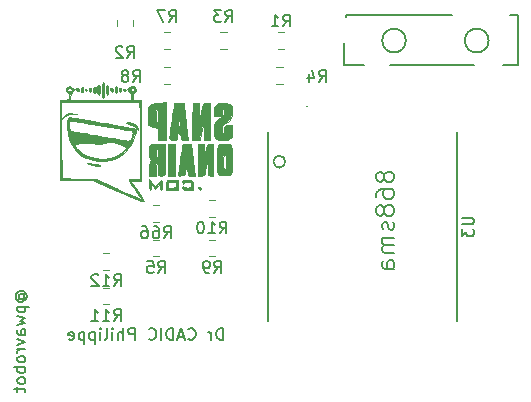
<source format=gbr>
G04 #@! TF.GenerationSoftware,KiCad,Pcbnew,(5.1.5)-3*
G04 #@! TF.CreationDate,2020-02-26T18:40:07+01:00*
G04 #@! TF.ProjectId,minirpi2,6d696e69-7270-4693-922e-6b696361645f,rev?*
G04 #@! TF.SameCoordinates,Original*
G04 #@! TF.FileFunction,Legend,Bot*
G04 #@! TF.FilePolarity,Positive*
%FSLAX46Y46*%
G04 Gerber Fmt 4.6, Leading zero omitted, Abs format (unit mm)*
G04 Created by KiCad (PCBNEW (5.1.5)-3) date 2020-02-26 18:40:07*
%MOMM*%
%LPD*%
G04 APERTURE LIST*
%ADD10C,0.150000*%
%ADD11C,0.010000*%
%ADD12C,0.120000*%
G04 APERTURE END LIST*
D10*
X180316190Y-71636380D02*
X180268571Y-71588761D01*
X180220952Y-71493523D01*
X180220952Y-71398285D01*
X180268571Y-71303047D01*
X180316190Y-71255428D01*
X180411428Y-71207809D01*
X180506666Y-71207809D01*
X180601904Y-71255428D01*
X180649523Y-71303047D01*
X180697142Y-71398285D01*
X180697142Y-71493523D01*
X180649523Y-71588761D01*
X180601904Y-71636380D01*
X180220952Y-71636380D02*
X180601904Y-71636380D01*
X180649523Y-71684000D01*
X180649523Y-71731619D01*
X180601904Y-71826857D01*
X180506666Y-71874476D01*
X180268571Y-71874476D01*
X180125714Y-71779238D01*
X180030476Y-71636380D01*
X179982857Y-71445904D01*
X180030476Y-71255428D01*
X180125714Y-71112571D01*
X180268571Y-71017333D01*
X180459047Y-70969714D01*
X180649523Y-71017333D01*
X180792380Y-71112571D01*
X180887619Y-71255428D01*
X180935238Y-71445904D01*
X180887619Y-71636380D01*
X180792380Y-71779238D01*
X180125714Y-72303047D02*
X181125714Y-72303047D01*
X180173333Y-72303047D02*
X180125714Y-72398285D01*
X180125714Y-72588761D01*
X180173333Y-72684000D01*
X180220952Y-72731619D01*
X180316190Y-72779238D01*
X180601904Y-72779238D01*
X180697142Y-72731619D01*
X180744761Y-72684000D01*
X180792380Y-72588761D01*
X180792380Y-72398285D01*
X180744761Y-72303047D01*
X180125714Y-73112571D02*
X180792380Y-73303047D01*
X180316190Y-73493523D01*
X180792380Y-73684000D01*
X180125714Y-73874476D01*
X180792380Y-74684000D02*
X180268571Y-74684000D01*
X180173333Y-74636380D01*
X180125714Y-74541142D01*
X180125714Y-74350666D01*
X180173333Y-74255428D01*
X180744761Y-74684000D02*
X180792380Y-74588761D01*
X180792380Y-74350666D01*
X180744761Y-74255428D01*
X180649523Y-74207809D01*
X180554285Y-74207809D01*
X180459047Y-74255428D01*
X180411428Y-74350666D01*
X180411428Y-74588761D01*
X180363809Y-74684000D01*
X180125714Y-75064952D02*
X180792380Y-75303047D01*
X180125714Y-75541142D01*
X180792380Y-75922095D02*
X180125714Y-75922095D01*
X180316190Y-75922095D02*
X180220952Y-75969714D01*
X180173333Y-76017333D01*
X180125714Y-76112571D01*
X180125714Y-76207809D01*
X180792380Y-76684000D02*
X180744761Y-76588761D01*
X180697142Y-76541142D01*
X180601904Y-76493523D01*
X180316190Y-76493523D01*
X180220952Y-76541142D01*
X180173333Y-76588761D01*
X180125714Y-76684000D01*
X180125714Y-76826857D01*
X180173333Y-76922095D01*
X180220952Y-76969714D01*
X180316190Y-77017333D01*
X180601904Y-77017333D01*
X180697142Y-76969714D01*
X180744761Y-76922095D01*
X180792380Y-76826857D01*
X180792380Y-76684000D01*
X180792380Y-77445904D02*
X179792380Y-77445904D01*
X180173333Y-77445904D02*
X180125714Y-77541142D01*
X180125714Y-77731619D01*
X180173333Y-77826857D01*
X180220952Y-77874476D01*
X180316190Y-77922095D01*
X180601904Y-77922095D01*
X180697142Y-77874476D01*
X180744761Y-77826857D01*
X180792380Y-77731619D01*
X180792380Y-77541142D01*
X180744761Y-77445904D01*
X180792380Y-78493523D02*
X180744761Y-78398285D01*
X180697142Y-78350666D01*
X180601904Y-78303047D01*
X180316190Y-78303047D01*
X180220952Y-78350666D01*
X180173333Y-78398285D01*
X180125714Y-78493523D01*
X180125714Y-78636380D01*
X180173333Y-78731619D01*
X180220952Y-78779238D01*
X180316190Y-78826857D01*
X180601904Y-78826857D01*
X180697142Y-78779238D01*
X180744761Y-78731619D01*
X180792380Y-78636380D01*
X180792380Y-78493523D01*
X180125714Y-79112571D02*
X180125714Y-79493523D01*
X179792380Y-79255428D02*
X180649523Y-79255428D01*
X180744761Y-79303047D01*
X180792380Y-79398285D01*
X180792380Y-79493523D01*
X197531809Y-75128380D02*
X197531809Y-74128380D01*
X197293714Y-74128380D01*
X197150857Y-74176000D01*
X197055619Y-74271238D01*
X197008000Y-74366476D01*
X196960380Y-74556952D01*
X196960380Y-74699809D01*
X197008000Y-74890285D01*
X197055619Y-74985523D01*
X197150857Y-75080761D01*
X197293714Y-75128380D01*
X197531809Y-75128380D01*
X196531809Y-75128380D02*
X196531809Y-74461714D01*
X196531809Y-74652190D02*
X196484190Y-74556952D01*
X196436571Y-74509333D01*
X196341333Y-74461714D01*
X196246095Y-74461714D01*
X194579428Y-75033142D02*
X194627047Y-75080761D01*
X194769904Y-75128380D01*
X194865142Y-75128380D01*
X195008000Y-75080761D01*
X195103238Y-74985523D01*
X195150857Y-74890285D01*
X195198476Y-74699809D01*
X195198476Y-74556952D01*
X195150857Y-74366476D01*
X195103238Y-74271238D01*
X195008000Y-74176000D01*
X194865142Y-74128380D01*
X194769904Y-74128380D01*
X194627047Y-74176000D01*
X194579428Y-74223619D01*
X194198476Y-74842666D02*
X193722285Y-74842666D01*
X194293714Y-75128380D02*
X193960380Y-74128380D01*
X193627047Y-75128380D01*
X193293714Y-75128380D02*
X193293714Y-74128380D01*
X193055619Y-74128380D01*
X192912761Y-74176000D01*
X192817523Y-74271238D01*
X192769904Y-74366476D01*
X192722285Y-74556952D01*
X192722285Y-74699809D01*
X192769904Y-74890285D01*
X192817523Y-74985523D01*
X192912761Y-75080761D01*
X193055619Y-75128380D01*
X193293714Y-75128380D01*
X192293714Y-75128380D02*
X192293714Y-74128380D01*
X191246095Y-75033142D02*
X191293714Y-75080761D01*
X191436571Y-75128380D01*
X191531809Y-75128380D01*
X191674666Y-75080761D01*
X191769904Y-74985523D01*
X191817523Y-74890285D01*
X191865142Y-74699809D01*
X191865142Y-74556952D01*
X191817523Y-74366476D01*
X191769904Y-74271238D01*
X191674666Y-74176000D01*
X191531809Y-74128380D01*
X191436571Y-74128380D01*
X191293714Y-74176000D01*
X191246095Y-74223619D01*
X190055619Y-75128380D02*
X190055619Y-74128380D01*
X189674666Y-74128380D01*
X189579428Y-74176000D01*
X189531809Y-74223619D01*
X189484190Y-74318857D01*
X189484190Y-74461714D01*
X189531809Y-74556952D01*
X189579428Y-74604571D01*
X189674666Y-74652190D01*
X190055619Y-74652190D01*
X189055619Y-75128380D02*
X189055619Y-74128380D01*
X188627047Y-75128380D02*
X188627047Y-74604571D01*
X188674666Y-74509333D01*
X188769904Y-74461714D01*
X188912761Y-74461714D01*
X189008000Y-74509333D01*
X189055619Y-74556952D01*
X188150857Y-75128380D02*
X188150857Y-74461714D01*
X188150857Y-74128380D02*
X188198476Y-74176000D01*
X188150857Y-74223619D01*
X188103238Y-74176000D01*
X188150857Y-74128380D01*
X188150857Y-74223619D01*
X187531809Y-75128380D02*
X187627047Y-75080761D01*
X187674666Y-74985523D01*
X187674666Y-74128380D01*
X187150857Y-75128380D02*
X187150857Y-74461714D01*
X187150857Y-74128380D02*
X187198476Y-74176000D01*
X187150857Y-74223619D01*
X187103238Y-74176000D01*
X187150857Y-74128380D01*
X187150857Y-74223619D01*
X186674666Y-74461714D02*
X186674666Y-75461714D01*
X186674666Y-74509333D02*
X186579428Y-74461714D01*
X186388952Y-74461714D01*
X186293714Y-74509333D01*
X186246095Y-74556952D01*
X186198476Y-74652190D01*
X186198476Y-74937904D01*
X186246095Y-75033142D01*
X186293714Y-75080761D01*
X186388952Y-75128380D01*
X186579428Y-75128380D01*
X186674666Y-75080761D01*
X185769904Y-74461714D02*
X185769904Y-75461714D01*
X185769904Y-74509333D02*
X185674666Y-74461714D01*
X185484190Y-74461714D01*
X185388952Y-74509333D01*
X185341333Y-74556952D01*
X185293714Y-74652190D01*
X185293714Y-74937904D01*
X185341333Y-75033142D01*
X185388952Y-75080761D01*
X185484190Y-75128380D01*
X185674666Y-75128380D01*
X185769904Y-75080761D01*
X184484190Y-75080761D02*
X184579428Y-75128380D01*
X184769904Y-75128380D01*
X184865142Y-75080761D01*
X184912761Y-74985523D01*
X184912761Y-74604571D01*
X184865142Y-74509333D01*
X184769904Y-74461714D01*
X184579428Y-74461714D01*
X184484190Y-74509333D01*
X184436571Y-74604571D01*
X184436571Y-74699809D01*
X184912761Y-74795047D01*
D11*
G36*
X184265157Y-55962410D02*
G01*
X184037041Y-56153781D01*
X183916589Y-56342386D01*
X183910145Y-56414375D01*
X184003745Y-56364018D01*
X184164854Y-56206202D01*
X184312633Y-56061409D01*
X184453462Y-55994802D01*
X184653423Y-55986513D01*
X184842188Y-56002562D01*
X185086591Y-56025004D01*
X185176241Y-56024288D01*
X185124572Y-55996928D01*
X185009012Y-55959276D01*
X184597252Y-55890435D01*
X184265157Y-55962410D01*
G37*
X184265157Y-55962410D02*
X184037041Y-56153781D01*
X183916589Y-56342386D01*
X183910145Y-56414375D01*
X184003745Y-56364018D01*
X184164854Y-56206202D01*
X184312633Y-56061409D01*
X184453462Y-55994802D01*
X184653423Y-55986513D01*
X184842188Y-56002562D01*
X185086591Y-56025004D01*
X185176241Y-56024288D01*
X185124572Y-55996928D01*
X185009012Y-55959276D01*
X184597252Y-55890435D01*
X184265157Y-55962410D01*
G36*
X189322455Y-56732185D02*
G01*
X189314666Y-56745596D01*
X189386577Y-56797419D01*
X189505166Y-56812581D01*
X189825835Y-56885298D01*
X190100283Y-57071420D01*
X190221916Y-57236335D01*
X190298045Y-57376958D01*
X190325349Y-57371054D01*
X190329418Y-57259131D01*
X190252985Y-57025812D01*
X190045371Y-56837933D01*
X189744025Y-56725512D01*
X189646182Y-56711473D01*
X189437453Y-56706330D01*
X189322455Y-56732185D01*
G37*
X189322455Y-56732185D02*
X189314666Y-56745596D01*
X189386577Y-56797419D01*
X189505166Y-56812581D01*
X189825835Y-56885298D01*
X190100283Y-57071420D01*
X190221916Y-57236335D01*
X190298045Y-57376958D01*
X190325349Y-57371054D01*
X190329418Y-57259131D01*
X190252985Y-57025812D01*
X190045371Y-56837933D01*
X189744025Y-56725512D01*
X189646182Y-56711473D01*
X189437453Y-56706330D01*
X189322455Y-56732185D01*
G36*
X184460622Y-56267506D02*
G01*
X184369474Y-56412976D01*
X184308946Y-56662966D01*
X184291442Y-56983778D01*
X184374977Y-57688436D01*
X184583183Y-58344201D01*
X184901939Y-58916101D01*
X185219903Y-59283046D01*
X185670973Y-59603506D01*
X186225278Y-59837056D01*
X186835910Y-59975084D01*
X187455957Y-60008975D01*
X188038511Y-59930116D01*
X188295745Y-59847831D01*
X188771513Y-59581477D01*
X189224066Y-59187245D01*
X189506187Y-58844989D01*
X189314666Y-58844989D01*
X189251386Y-58946146D01*
X189089758Y-59105806D01*
X188872102Y-59288204D01*
X188640740Y-59457573D01*
X188460388Y-59566936D01*
X187932809Y-59751014D01*
X187327252Y-59810506D01*
X186680703Y-59745154D01*
X186105220Y-59583432D01*
X185836062Y-59454317D01*
X185558610Y-59273850D01*
X185303181Y-59069140D01*
X185100090Y-58867296D01*
X184979657Y-58695429D01*
X184972197Y-58580649D01*
X184977293Y-58574840D01*
X185130044Y-58507700D01*
X185401275Y-58461857D01*
X185741160Y-58439972D01*
X186099874Y-58444701D01*
X186427594Y-58478703D01*
X186504738Y-58493341D01*
X186832550Y-58541973D01*
X187134233Y-58525184D01*
X187428186Y-58461067D01*
X187773227Y-58395578D01*
X188089537Y-58376754D01*
X188211736Y-58387673D01*
X188458308Y-58448812D01*
X188738215Y-58543353D01*
X189004816Y-58651958D01*
X189211473Y-58755289D01*
X189311546Y-58834008D01*
X189314666Y-58844989D01*
X189506187Y-58844989D01*
X189620500Y-58706311D01*
X189927911Y-58179853D01*
X190113395Y-57649049D01*
X190125659Y-57584789D01*
X189902328Y-57584789D01*
X189849601Y-57839946D01*
X189805658Y-57969489D01*
X189733107Y-58128031D01*
X189633021Y-58217865D01*
X189469796Y-58246462D01*
X189207826Y-58221294D01*
X188881723Y-58163362D01*
X188557338Y-58104867D01*
X188248174Y-58054837D01*
X188126853Y-58037714D01*
X187866477Y-57997827D01*
X187537758Y-57939158D01*
X187364853Y-57905368D01*
X187040529Y-57844308D01*
X186732281Y-57793876D01*
X186605333Y-57776685D01*
X186333553Y-57735718D01*
X186097333Y-57686114D01*
X185920864Y-57646823D01*
X185838254Y-57638749D01*
X185737599Y-57629765D01*
X185514930Y-57598216D01*
X185215066Y-57550537D01*
X185160921Y-57541506D01*
X184531000Y-57435736D01*
X184505409Y-56996535D01*
X184479817Y-56557333D01*
X184766464Y-56557333D01*
X184977059Y-56572457D01*
X185104307Y-56609270D01*
X185109077Y-56613300D01*
X185227619Y-56660153D01*
X185398355Y-56685552D01*
X185600537Y-56708213D01*
X185902468Y-56751652D01*
X186224333Y-56804037D01*
X186560179Y-56861269D01*
X186861167Y-56911390D01*
X187054214Y-56942308D01*
X187266546Y-56976431D01*
X187569912Y-57027308D01*
X187816214Y-57069647D01*
X188152261Y-57126458D01*
X188468504Y-57177247D01*
X188637333Y-57202521D01*
X188875630Y-57244553D01*
X189052697Y-57290239D01*
X189060666Y-57293193D01*
X189157203Y-57324362D01*
X189285581Y-57347379D01*
X189496796Y-57369639D01*
X189716833Y-57388370D01*
X189859207Y-57441687D01*
X189902328Y-57584789D01*
X190125659Y-57584789D01*
X190132427Y-57549328D01*
X190151771Y-57462568D01*
X190168028Y-57392553D01*
X190165564Y-57334874D01*
X190128748Y-57285122D01*
X190041945Y-57238887D01*
X189889523Y-57191760D01*
X189655848Y-57139333D01*
X189325287Y-57077194D01*
X188882208Y-57000935D01*
X188310976Y-56906148D01*
X187595960Y-56788421D01*
X187206200Y-56723980D01*
X186565923Y-56616970D01*
X185979740Y-56517314D01*
X185468459Y-56428684D01*
X185052889Y-56354751D01*
X184753840Y-56299185D01*
X184592120Y-56265657D01*
X184569960Y-56258915D01*
X184460622Y-56267506D01*
G37*
X184460622Y-56267506D02*
X184369474Y-56412976D01*
X184308946Y-56662966D01*
X184291442Y-56983778D01*
X184374977Y-57688436D01*
X184583183Y-58344201D01*
X184901939Y-58916101D01*
X185219903Y-59283046D01*
X185670973Y-59603506D01*
X186225278Y-59837056D01*
X186835910Y-59975084D01*
X187455957Y-60008975D01*
X188038511Y-59930116D01*
X188295745Y-59847831D01*
X188771513Y-59581477D01*
X189224066Y-59187245D01*
X189506187Y-58844989D01*
X189314666Y-58844989D01*
X189251386Y-58946146D01*
X189089758Y-59105806D01*
X188872102Y-59288204D01*
X188640740Y-59457573D01*
X188460388Y-59566936D01*
X187932809Y-59751014D01*
X187327252Y-59810506D01*
X186680703Y-59745154D01*
X186105220Y-59583432D01*
X185836062Y-59454317D01*
X185558610Y-59273850D01*
X185303181Y-59069140D01*
X185100090Y-58867296D01*
X184979657Y-58695429D01*
X184972197Y-58580649D01*
X184977293Y-58574840D01*
X185130044Y-58507700D01*
X185401275Y-58461857D01*
X185741160Y-58439972D01*
X186099874Y-58444701D01*
X186427594Y-58478703D01*
X186504738Y-58493341D01*
X186832550Y-58541973D01*
X187134233Y-58525184D01*
X187428186Y-58461067D01*
X187773227Y-58395578D01*
X188089537Y-58376754D01*
X188211736Y-58387673D01*
X188458308Y-58448812D01*
X188738215Y-58543353D01*
X189004816Y-58651958D01*
X189211473Y-58755289D01*
X189311546Y-58834008D01*
X189314666Y-58844989D01*
X189506187Y-58844989D01*
X189620500Y-58706311D01*
X189927911Y-58179853D01*
X190113395Y-57649049D01*
X190125659Y-57584789D01*
X189902328Y-57584789D01*
X189849601Y-57839946D01*
X189805658Y-57969489D01*
X189733107Y-58128031D01*
X189633021Y-58217865D01*
X189469796Y-58246462D01*
X189207826Y-58221294D01*
X188881723Y-58163362D01*
X188557338Y-58104867D01*
X188248174Y-58054837D01*
X188126853Y-58037714D01*
X187866477Y-57997827D01*
X187537758Y-57939158D01*
X187364853Y-57905368D01*
X187040529Y-57844308D01*
X186732281Y-57793876D01*
X186605333Y-57776685D01*
X186333553Y-57735718D01*
X186097333Y-57686114D01*
X185920864Y-57646823D01*
X185838254Y-57638749D01*
X185737599Y-57629765D01*
X185514930Y-57598216D01*
X185215066Y-57550537D01*
X185160921Y-57541506D01*
X184531000Y-57435736D01*
X184505409Y-56996535D01*
X184479817Y-56557333D01*
X184766464Y-56557333D01*
X184977059Y-56572457D01*
X185104307Y-56609270D01*
X185109077Y-56613300D01*
X185227619Y-56660153D01*
X185398355Y-56685552D01*
X185600537Y-56708213D01*
X185902468Y-56751652D01*
X186224333Y-56804037D01*
X186560179Y-56861269D01*
X186861167Y-56911390D01*
X187054214Y-56942308D01*
X187266546Y-56976431D01*
X187569912Y-57027308D01*
X187816214Y-57069647D01*
X188152261Y-57126458D01*
X188468504Y-57177247D01*
X188637333Y-57202521D01*
X188875630Y-57244553D01*
X189052697Y-57290239D01*
X189060666Y-57293193D01*
X189157203Y-57324362D01*
X189285581Y-57347379D01*
X189496796Y-57369639D01*
X189716833Y-57388370D01*
X189859207Y-57441687D01*
X189902328Y-57584789D01*
X190125659Y-57584789D01*
X190132427Y-57549328D01*
X190151771Y-57462568D01*
X190168028Y-57392553D01*
X190165564Y-57334874D01*
X190128748Y-57285122D01*
X190041945Y-57238887D01*
X189889523Y-57191760D01*
X189655848Y-57139333D01*
X189325287Y-57077194D01*
X188882208Y-57000935D01*
X188310976Y-56906148D01*
X187595960Y-56788421D01*
X187206200Y-56723980D01*
X186565923Y-56616970D01*
X185979740Y-56517314D01*
X185468459Y-56428684D01*
X185052889Y-56354751D01*
X184753840Y-56299185D01*
X184592120Y-56265657D01*
X184569960Y-56258915D01*
X184460622Y-56267506D01*
G36*
X186182000Y-60223539D02*
G01*
X186501070Y-60352432D01*
X186829279Y-60402933D01*
X187070615Y-60370731D01*
X187129550Y-60328766D01*
X187044265Y-60292962D01*
X186816615Y-60259378D01*
X186520901Y-60219417D01*
X186262597Y-60174883D01*
X186182000Y-60157075D01*
X185970333Y-60103599D01*
X186182000Y-60223539D01*
G37*
X186182000Y-60223539D02*
X186501070Y-60352432D01*
X186829279Y-60402933D01*
X187070615Y-60370731D01*
X187129550Y-60328766D01*
X187044265Y-60292962D01*
X186816615Y-60259378D01*
X186520901Y-60219417D01*
X186262597Y-60174883D01*
X186182000Y-60157075D01*
X185970333Y-60103599D01*
X186182000Y-60223539D01*
G36*
X185845793Y-53912429D02*
G01*
X185843333Y-53932667D01*
X185907762Y-54014873D01*
X185928000Y-54017333D01*
X186010206Y-53952904D01*
X186012666Y-53932667D01*
X185948237Y-53850460D01*
X185928000Y-53848000D01*
X185845793Y-53912429D01*
G37*
X185845793Y-53912429D02*
X185843333Y-53932667D01*
X185907762Y-54014873D01*
X185928000Y-54017333D01*
X186010206Y-53952904D01*
X186012666Y-53932667D01*
X185948237Y-53850460D01*
X185928000Y-53848000D01*
X185845793Y-53912429D01*
G36*
X189074995Y-53893717D02*
G01*
X189060666Y-53932667D01*
X189129243Y-54007781D01*
X189187666Y-54017333D01*
X189300338Y-53971616D01*
X189314666Y-53932667D01*
X189246090Y-53857552D01*
X189187666Y-53848000D01*
X189074995Y-53893717D01*
G37*
X189074995Y-53893717D02*
X189060666Y-53932667D01*
X189129243Y-54007781D01*
X189187666Y-54017333D01*
X189300338Y-53971616D01*
X189314666Y-53932667D01*
X189246090Y-53857552D01*
X189187666Y-53848000D01*
X189074995Y-53893717D01*
G36*
X185096257Y-53834291D02*
G01*
X185081333Y-53932667D01*
X185126010Y-54076737D01*
X185225419Y-54088070D01*
X185293000Y-54017333D01*
X185303410Y-53877229D01*
X185210718Y-53773533D01*
X185161003Y-53763333D01*
X185096257Y-53834291D01*
G37*
X185096257Y-53834291D02*
X185081333Y-53932667D01*
X185126010Y-54076737D01*
X185225419Y-54088070D01*
X185293000Y-54017333D01*
X185303410Y-53877229D01*
X185210718Y-53773533D01*
X185161003Y-53763333D01*
X185096257Y-53834291D01*
G36*
X186197876Y-53834246D02*
G01*
X186182000Y-53932667D01*
X186217456Y-54070247D01*
X186266666Y-54102000D01*
X186335457Y-54031087D01*
X186351333Y-53932667D01*
X186315877Y-53795086D01*
X186266666Y-53763333D01*
X186197876Y-53834246D01*
G37*
X186197876Y-53834246D02*
X186182000Y-53932667D01*
X186217456Y-54070247D01*
X186266666Y-54102000D01*
X186335457Y-54031087D01*
X186351333Y-53932667D01*
X186315877Y-53795086D01*
X186266666Y-53763333D01*
X186197876Y-53834246D01*
G36*
X187983572Y-53833919D02*
G01*
X187960000Y-53932667D01*
X188012939Y-54070571D01*
X188087000Y-54102000D01*
X188190428Y-54031414D01*
X188214000Y-53932667D01*
X188161060Y-53794762D01*
X188087000Y-53763333D01*
X187983572Y-53833919D01*
G37*
X187983572Y-53833919D02*
X187960000Y-53932667D01*
X188012939Y-54070571D01*
X188087000Y-54102000D01*
X188190428Y-54031414D01*
X188214000Y-53932667D01*
X188161060Y-53794762D01*
X188087000Y-53763333D01*
X187983572Y-53833919D01*
G36*
X188737876Y-53834246D02*
G01*
X188722000Y-53932667D01*
X188757456Y-54070247D01*
X188806666Y-54102000D01*
X188875457Y-54031087D01*
X188891333Y-53932667D01*
X188855877Y-53795086D01*
X188806666Y-53763333D01*
X188737876Y-53834246D01*
G37*
X188737876Y-53834246D02*
X188722000Y-53932667D01*
X188757456Y-54070247D01*
X188806666Y-54102000D01*
X188875457Y-54031087D01*
X188891333Y-53932667D01*
X188855877Y-53795086D01*
X188806666Y-53763333D01*
X188737876Y-53834246D01*
G36*
X185485523Y-53801884D02*
G01*
X185462333Y-53932667D01*
X185502245Y-54100239D01*
X185568166Y-54165500D01*
X185648455Y-54121442D01*
X185674000Y-53932667D01*
X185646044Y-53738588D01*
X185568166Y-53699833D01*
X185485523Y-53801884D01*
G37*
X185485523Y-53801884D02*
X185462333Y-53932667D01*
X185502245Y-54100239D01*
X185568166Y-54165500D01*
X185648455Y-54121442D01*
X185674000Y-53932667D01*
X185646044Y-53738588D01*
X185568166Y-53699833D01*
X185485523Y-53801884D01*
G36*
X186546840Y-53754395D02*
G01*
X186520666Y-53932667D01*
X186558531Y-54134319D01*
X186647666Y-54186667D01*
X186748493Y-54110938D01*
X186774666Y-53932667D01*
X186736802Y-53731014D01*
X186647666Y-53678667D01*
X186546840Y-53754395D01*
G37*
X186546840Y-53754395D02*
X186520666Y-53932667D01*
X186558531Y-54134319D01*
X186647666Y-54186667D01*
X186748493Y-54110938D01*
X186774666Y-53932667D01*
X186736802Y-53731014D01*
X186647666Y-53678667D01*
X186546840Y-53754395D01*
G36*
X188454835Y-53612499D02*
G01*
X188382630Y-53706166D01*
X188350964Y-53878354D01*
X188360831Y-54057990D01*
X188413219Y-54174001D01*
X188446833Y-54186673D01*
X188522535Y-54109242D01*
X188552568Y-53898971D01*
X188552666Y-53883278D01*
X188529002Y-53674145D01*
X188462442Y-53610544D01*
X188454835Y-53612499D01*
G37*
X188454835Y-53612499D02*
X188382630Y-53706166D01*
X188350964Y-53878354D01*
X188360831Y-54057990D01*
X188413219Y-54174001D01*
X188446833Y-54186673D01*
X188522535Y-54109242D01*
X188552568Y-53898971D01*
X188552666Y-53883278D01*
X188529002Y-53674145D01*
X188462442Y-53610544D01*
X188454835Y-53612499D01*
G36*
X186906468Y-53554653D02*
G01*
X186867460Y-53711560D01*
X186859333Y-53932667D01*
X186872929Y-54198885D01*
X186920001Y-54328911D01*
X186986333Y-54356000D01*
X187066199Y-54310680D01*
X187105206Y-54153773D01*
X187113333Y-53932667D01*
X187099737Y-53666448D01*
X187052665Y-53536422D01*
X186986333Y-53509333D01*
X186906468Y-53554653D01*
G37*
X186906468Y-53554653D02*
X186867460Y-53711560D01*
X186859333Y-53932667D01*
X186872929Y-54198885D01*
X186920001Y-54328911D01*
X186986333Y-54356000D01*
X187066199Y-54310680D01*
X187105206Y-54153773D01*
X187113333Y-53932667D01*
X187099737Y-53666448D01*
X187052665Y-53536422D01*
X186986333Y-53509333D01*
X186906468Y-53554653D01*
G36*
X187657702Y-53585480D02*
G01*
X187627047Y-53780175D01*
X187621333Y-53932667D01*
X187636563Y-54174154D01*
X187675502Y-54327431D01*
X187706000Y-54356000D01*
X187754297Y-54279853D01*
X187784953Y-54085158D01*
X187790666Y-53932667D01*
X187775437Y-53691179D01*
X187736498Y-53537902D01*
X187706000Y-53509333D01*
X187657702Y-53585480D01*
G37*
X187657702Y-53585480D02*
X187627047Y-53780175D01*
X187621333Y-53932667D01*
X187636563Y-54174154D01*
X187675502Y-54327431D01*
X187706000Y-54356000D01*
X187754297Y-54279853D01*
X187784953Y-54085158D01*
X187790666Y-53932667D01*
X187775437Y-53691179D01*
X187736498Y-53537902D01*
X187706000Y-53509333D01*
X187657702Y-53585480D01*
G36*
X187325404Y-53334549D02*
G01*
X187295940Y-53550819D01*
X187282949Y-53872074D01*
X187282666Y-53932667D01*
X187292569Y-54268099D01*
X187319602Y-54503813D01*
X187359759Y-54607742D01*
X187367333Y-54610000D01*
X187409262Y-54530784D01*
X187438727Y-54314514D01*
X187451718Y-53993259D01*
X187452000Y-53932667D01*
X187442098Y-53597234D01*
X187415064Y-53361520D01*
X187374907Y-53257591D01*
X187367333Y-53255333D01*
X187325404Y-53334549D01*
G37*
X187325404Y-53334549D02*
X187295940Y-53550819D01*
X187282949Y-53872074D01*
X187282666Y-53932667D01*
X187292569Y-54268099D01*
X187319602Y-54503813D01*
X187359759Y-54607742D01*
X187367333Y-54610000D01*
X187409262Y-54530784D01*
X187438727Y-54314514D01*
X187451718Y-53993259D01*
X187452000Y-53932667D01*
X187442098Y-53597234D01*
X187415064Y-53361520D01*
X187374907Y-53257591D01*
X187367333Y-53255333D01*
X187325404Y-53334549D01*
G36*
X192069400Y-55051620D02*
G01*
X191743598Y-55085338D01*
X191474345Y-55136374D01*
X191315280Y-55194274D01*
X191307400Y-55200121D01*
X191239715Y-55302318D01*
X191198840Y-55492468D01*
X191180019Y-55801749D01*
X191177333Y-56052775D01*
X191182774Y-56404308D01*
X191197288Y-56699796D01*
X191218162Y-56891621D01*
X191227166Y-56927345D01*
X191340694Y-57023484D01*
X191569457Y-57098617D01*
X191650499Y-57113217D01*
X192024000Y-57169227D01*
X192024000Y-58166000D01*
X192701333Y-58166000D01*
X192701333Y-56091667D01*
X192024000Y-56091667D01*
X192012037Y-56379249D01*
X191980348Y-56576143D01*
X191939333Y-56642000D01*
X191895090Y-56564242D01*
X191864798Y-56358260D01*
X191854666Y-56091667D01*
X191866629Y-55804084D01*
X191898319Y-55607190D01*
X191939333Y-55541333D01*
X191983577Y-55619091D01*
X192013868Y-55825073D01*
X192024000Y-56091667D01*
X192701333Y-56091667D01*
X192701333Y-55011065D01*
X192069400Y-55051620D01*
G37*
X192069400Y-55051620D02*
X191743598Y-55085338D01*
X191474345Y-55136374D01*
X191315280Y-55194274D01*
X191307400Y-55200121D01*
X191239715Y-55302318D01*
X191198840Y-55492468D01*
X191180019Y-55801749D01*
X191177333Y-56052775D01*
X191182774Y-56404308D01*
X191197288Y-56699796D01*
X191218162Y-56891621D01*
X191227166Y-56927345D01*
X191340694Y-57023484D01*
X191569457Y-57098617D01*
X191650499Y-57113217D01*
X192024000Y-57169227D01*
X192024000Y-58166000D01*
X192701333Y-58166000D01*
X192701333Y-56091667D01*
X192024000Y-56091667D01*
X192012037Y-56379249D01*
X191980348Y-56576143D01*
X191939333Y-56642000D01*
X191895090Y-56564242D01*
X191864798Y-56358260D01*
X191854666Y-56091667D01*
X191866629Y-55804084D01*
X191898319Y-55607190D01*
X191939333Y-55541333D01*
X191983577Y-55619091D01*
X192013868Y-55825073D01*
X192024000Y-56091667D01*
X192701333Y-56091667D01*
X192701333Y-55011065D01*
X192069400Y-55051620D01*
G36*
X193401616Y-55045213D02*
G01*
X193378666Y-55053533D01*
X193367779Y-55150821D01*
X193338222Y-55381517D01*
X193294655Y-55711310D01*
X193241736Y-56105890D01*
X193184124Y-56530946D01*
X193126477Y-56952168D01*
X193073455Y-57335244D01*
X193029715Y-57645864D01*
X192999917Y-57849717D01*
X192993421Y-57890833D01*
X192973131Y-58066216D01*
X193019046Y-58144702D01*
X193173194Y-58165262D01*
X193290163Y-58166000D01*
X193508602Y-58157317D01*
X193606296Y-58103263D01*
X193631801Y-57961826D01*
X193632666Y-57869667D01*
X193663951Y-57643544D01*
X193750608Y-57573333D01*
X193882547Y-57649794D01*
X193959495Y-57853896D01*
X193971333Y-58003591D01*
X194006534Y-58115277D01*
X194141052Y-58160762D01*
X194273759Y-58166000D01*
X194576184Y-58166000D01*
X194515700Y-57679167D01*
X194480477Y-57398731D01*
X194430487Y-57004704D01*
X194425173Y-56963061D01*
X193873871Y-56963061D01*
X193830791Y-57052723D01*
X193780833Y-57065449D01*
X193720188Y-57010326D01*
X193699837Y-56829841D01*
X193710503Y-56578615D01*
X193746005Y-56091667D01*
X193811457Y-56430333D01*
X193866994Y-56764552D01*
X193873871Y-56963061D01*
X194425173Y-56963061D01*
X194372646Y-56551436D01*
X194319107Y-56134000D01*
X194183000Y-55075667D01*
X193780833Y-55049861D01*
X193546591Y-55040384D01*
X193401616Y-55045213D01*
G37*
X193401616Y-55045213D02*
X193378666Y-55053533D01*
X193367779Y-55150821D01*
X193338222Y-55381517D01*
X193294655Y-55711310D01*
X193241736Y-56105890D01*
X193184124Y-56530946D01*
X193126477Y-56952168D01*
X193073455Y-57335244D01*
X193029715Y-57645864D01*
X192999917Y-57849717D01*
X192993421Y-57890833D01*
X192973131Y-58066216D01*
X193019046Y-58144702D01*
X193173194Y-58165262D01*
X193290163Y-58166000D01*
X193508602Y-58157317D01*
X193606296Y-58103263D01*
X193631801Y-57961826D01*
X193632666Y-57869667D01*
X193663951Y-57643544D01*
X193750608Y-57573333D01*
X193882547Y-57649794D01*
X193959495Y-57853896D01*
X193971333Y-58003591D01*
X194006534Y-58115277D01*
X194141052Y-58160762D01*
X194273759Y-58166000D01*
X194576184Y-58166000D01*
X194515700Y-57679167D01*
X194480477Y-57398731D01*
X194430487Y-57004704D01*
X194425173Y-56963061D01*
X193873871Y-56963061D01*
X193830791Y-57052723D01*
X193780833Y-57065449D01*
X193720188Y-57010326D01*
X193699837Y-56829841D01*
X193710503Y-56578615D01*
X193746005Y-56091667D01*
X193811457Y-56430333D01*
X193866994Y-56764552D01*
X193873871Y-56963061D01*
X194425173Y-56963061D01*
X194372646Y-56551436D01*
X194319107Y-56134000D01*
X194183000Y-55075667D01*
X193780833Y-55049861D01*
X193546591Y-55040384D01*
X193401616Y-55045213D01*
G36*
X195220166Y-55049135D02*
G01*
X194945000Y-55075667D01*
X194921923Y-56620833D01*
X194898847Y-58166000D01*
X195556862Y-58166000D01*
X195665426Y-57636833D01*
X195751629Y-57254665D01*
X195819231Y-57040519D01*
X195868694Y-56994161D01*
X195900480Y-57115358D01*
X195915051Y-57403874D01*
X195916092Y-57509833D01*
X195918666Y-58166000D01*
X196426666Y-58166000D01*
X196426666Y-55033333D01*
X196136336Y-55033333D01*
X195972516Y-55041316D01*
X195875745Y-55091717D01*
X195814416Y-55224219D01*
X195756923Y-55478501D01*
X195748564Y-55520167D01*
X195659939Y-55947331D01*
X195595596Y-56211505D01*
X195551608Y-56316664D01*
X195524048Y-56266786D01*
X195508986Y-56065845D01*
X195502969Y-55768802D01*
X195495333Y-55022604D01*
X195220166Y-55049135D01*
G37*
X195220166Y-55049135D02*
X194945000Y-55075667D01*
X194921923Y-56620833D01*
X194898847Y-58166000D01*
X195556862Y-58166000D01*
X195665426Y-57636833D01*
X195751629Y-57254665D01*
X195819231Y-57040519D01*
X195868694Y-56994161D01*
X195900480Y-57115358D01*
X195915051Y-57403874D01*
X195916092Y-57509833D01*
X195918666Y-58166000D01*
X196426666Y-58166000D01*
X196426666Y-55033333D01*
X196136336Y-55033333D01*
X195972516Y-55041316D01*
X195875745Y-55091717D01*
X195814416Y-55224219D01*
X195756923Y-55478501D01*
X195748564Y-55520167D01*
X195659939Y-55947331D01*
X195595596Y-56211505D01*
X195551608Y-56316664D01*
X195524048Y-56266786D01*
X195508986Y-56065845D01*
X195502969Y-55768802D01*
X195495333Y-55022604D01*
X195220166Y-55049135D01*
G36*
X197146124Y-55103983D02*
G01*
X196920039Y-55205777D01*
X196802201Y-55406316D01*
X196765571Y-55730866D01*
X196765333Y-55769182D01*
X196765333Y-56134000D01*
X197104000Y-56134000D01*
X197320836Y-56125029D01*
X197417199Y-56069637D01*
X197441909Y-55925107D01*
X197442666Y-55837667D01*
X197463932Y-55641799D01*
X197516222Y-55543893D01*
X197527333Y-55541333D01*
X197583375Y-55615743D01*
X197611298Y-55798629D01*
X197612000Y-55836604D01*
X197589183Y-56038181D01*
X197493812Y-56184942D01*
X197285505Y-56337970D01*
X197276974Y-56343368D01*
X197010429Y-56539719D01*
X196854290Y-56746950D01*
X196781624Y-57018667D01*
X196765333Y-57361667D01*
X196778702Y-57735541D01*
X196838377Y-57971914D01*
X196973708Y-58101768D01*
X197214045Y-58156083D01*
X197527333Y-58166000D01*
X197849508Y-58158617D01*
X198044394Y-58129723D01*
X198153651Y-58069201D01*
X198201688Y-58002233D01*
X198250869Y-57827716D01*
X198282669Y-57556276D01*
X198289333Y-57362122D01*
X198289333Y-56885778D01*
X197971833Y-56912056D01*
X197771849Y-56939092D01*
X197675788Y-57009939D01*
X197638353Y-57175506D01*
X197628298Y-57298167D01*
X197587916Y-57554598D01*
X197529752Y-57648398D01*
X197474811Y-57581768D01*
X197444099Y-57356908D01*
X197442666Y-57278721D01*
X197454951Y-57036070D01*
X197520101Y-56892845D01*
X197680559Y-56779458D01*
X197778502Y-56728111D01*
X198043822Y-56562426D01*
X198200305Y-56368311D01*
X198273506Y-56097784D01*
X198289333Y-55768933D01*
X198266361Y-55440356D01*
X198177885Y-55233194D01*
X197994560Y-55121429D01*
X197687046Y-55079042D01*
X197507495Y-55075667D01*
X197146124Y-55103983D01*
G37*
X197146124Y-55103983D02*
X196920039Y-55205777D01*
X196802201Y-55406316D01*
X196765571Y-55730866D01*
X196765333Y-55769182D01*
X196765333Y-56134000D01*
X197104000Y-56134000D01*
X197320836Y-56125029D01*
X197417199Y-56069637D01*
X197441909Y-55925107D01*
X197442666Y-55837667D01*
X197463932Y-55641799D01*
X197516222Y-55543893D01*
X197527333Y-55541333D01*
X197583375Y-55615743D01*
X197611298Y-55798629D01*
X197612000Y-55836604D01*
X197589183Y-56038181D01*
X197493812Y-56184942D01*
X197285505Y-56337970D01*
X197276974Y-56343368D01*
X197010429Y-56539719D01*
X196854290Y-56746950D01*
X196781624Y-57018667D01*
X196765333Y-57361667D01*
X196778702Y-57735541D01*
X196838377Y-57971914D01*
X196973708Y-58101768D01*
X197214045Y-58156083D01*
X197527333Y-58166000D01*
X197849508Y-58158617D01*
X198044394Y-58129723D01*
X198153651Y-58069201D01*
X198201688Y-58002233D01*
X198250869Y-57827716D01*
X198282669Y-57556276D01*
X198289333Y-57362122D01*
X198289333Y-56885778D01*
X197971833Y-56912056D01*
X197771849Y-56939092D01*
X197675788Y-57009939D01*
X197638353Y-57175506D01*
X197628298Y-57298167D01*
X197587916Y-57554598D01*
X197529752Y-57648398D01*
X197474811Y-57581768D01*
X197444099Y-57356908D01*
X197442666Y-57278721D01*
X197454951Y-57036070D01*
X197520101Y-56892845D01*
X197680559Y-56779458D01*
X197778502Y-56728111D01*
X198043822Y-56562426D01*
X198200305Y-56368311D01*
X198273506Y-56097784D01*
X198289333Y-55768933D01*
X198266361Y-55440356D01*
X198177885Y-55233194D01*
X197994560Y-55121429D01*
X197687046Y-55079042D01*
X197507495Y-55075667D01*
X197146124Y-55103983D01*
G36*
X191712075Y-58519518D02*
G01*
X191468126Y-58559467D01*
X191363600Y-58606267D01*
X191302254Y-58754912D01*
X191270026Y-59006378D01*
X191266915Y-59296676D01*
X191292921Y-59561817D01*
X191348045Y-59737809D01*
X191363600Y-59757733D01*
X191421605Y-59872947D01*
X191363600Y-59960933D01*
X191308187Y-60100507D01*
X191272187Y-60362884D01*
X191262000Y-60638266D01*
X191262000Y-61214000D01*
X191854666Y-61214000D01*
X191854666Y-60663667D01*
X191866629Y-60376084D01*
X191898319Y-60179190D01*
X191939333Y-60113333D01*
X191983577Y-60191091D01*
X192013868Y-60397073D01*
X192024000Y-60663667D01*
X192026954Y-60959272D01*
X192046960Y-61123890D01*
X192100732Y-61195865D01*
X192204985Y-61213543D01*
X192263889Y-61214000D01*
X192457797Y-61195867D01*
X192560222Y-61157555D01*
X192579752Y-61057431D01*
X192596354Y-60818629D01*
X192608750Y-60471796D01*
X192615662Y-60047579D01*
X192616666Y-59802889D01*
X192616666Y-59385612D01*
X192022245Y-59385612D01*
X191999794Y-59563954D01*
X191967555Y-59633555D01*
X191901787Y-59680738D01*
X191867917Y-59632574D01*
X191855772Y-59459822D01*
X191854666Y-59309000D01*
X191871483Y-59081780D01*
X191914030Y-58945482D01*
X191939333Y-58928000D01*
X191989351Y-59001043D01*
X192017876Y-59175777D01*
X192022245Y-59385612D01*
X192616666Y-59385612D01*
X192616666Y-58504667D01*
X192040933Y-58504667D01*
X191712075Y-58519518D01*
G37*
X191712075Y-58519518D02*
X191468126Y-58559467D01*
X191363600Y-58606267D01*
X191302254Y-58754912D01*
X191270026Y-59006378D01*
X191266915Y-59296676D01*
X191292921Y-59561817D01*
X191348045Y-59737809D01*
X191363600Y-59757733D01*
X191421605Y-59872947D01*
X191363600Y-59960933D01*
X191308187Y-60100507D01*
X191272187Y-60362884D01*
X191262000Y-60638266D01*
X191262000Y-61214000D01*
X191854666Y-61214000D01*
X191854666Y-60663667D01*
X191866629Y-60376084D01*
X191898319Y-60179190D01*
X191939333Y-60113333D01*
X191983577Y-60191091D01*
X192013868Y-60397073D01*
X192024000Y-60663667D01*
X192026954Y-60959272D01*
X192046960Y-61123890D01*
X192100732Y-61195865D01*
X192204985Y-61213543D01*
X192263889Y-61214000D01*
X192457797Y-61195867D01*
X192560222Y-61157555D01*
X192579752Y-61057431D01*
X192596354Y-60818629D01*
X192608750Y-60471796D01*
X192615662Y-60047579D01*
X192616666Y-59802889D01*
X192616666Y-59385612D01*
X192022245Y-59385612D01*
X191999794Y-59563954D01*
X191967555Y-59633555D01*
X191901787Y-59680738D01*
X191867917Y-59632574D01*
X191855772Y-59459822D01*
X191854666Y-59309000D01*
X191871483Y-59081780D01*
X191914030Y-58945482D01*
X191939333Y-58928000D01*
X191989351Y-59001043D01*
X192017876Y-59175777D01*
X192022245Y-59385612D01*
X192616666Y-59385612D01*
X192616666Y-58504667D01*
X192040933Y-58504667D01*
X191712075Y-58519518D01*
G36*
X192870666Y-61214000D02*
G01*
X193463333Y-61214000D01*
X193463333Y-58504667D01*
X192870666Y-58504667D01*
X192870666Y-61214000D01*
G37*
X192870666Y-61214000D02*
X193463333Y-61214000D01*
X193463333Y-58504667D01*
X192870666Y-58504667D01*
X192870666Y-61214000D01*
G36*
X194160230Y-58528782D02*
G01*
X194057480Y-58600688D01*
X194056000Y-58614017D01*
X194045077Y-58751363D01*
X194015810Y-59015710D01*
X193973449Y-59366375D01*
X193923244Y-59762679D01*
X193870446Y-60163940D01*
X193820305Y-60529477D01*
X193778071Y-60818608D01*
X193749719Y-60987130D01*
X193729848Y-61147442D01*
X193789933Y-61205455D01*
X193972925Y-61199895D01*
X193984463Y-61198797D01*
X194181512Y-61159426D01*
X194267406Y-61055078D01*
X194294581Y-60891360D01*
X194345918Y-60694409D01*
X194426495Y-60649149D01*
X194505370Y-60748994D01*
X194548198Y-60945353D01*
X194586549Y-61131661D01*
X194689125Y-61203594D01*
X194848733Y-61214000D01*
X195122737Y-61214000D01*
X194956504Y-59859333D01*
X194948712Y-59795833D01*
X194472649Y-59795833D01*
X194463776Y-60030251D01*
X194433698Y-60175198D01*
X194411668Y-60198000D01*
X194375674Y-60123829D01*
X194370789Y-59939723D01*
X194375471Y-59880500D01*
X194409204Y-59603585D01*
X194438013Y-59489495D01*
X194459659Y-59540181D01*
X194471903Y-59757591D01*
X194472649Y-59795833D01*
X194948712Y-59795833D01*
X194790271Y-58504667D01*
X194423136Y-58504667D01*
X194160230Y-58528782D01*
G37*
X194160230Y-58528782D02*
X194057480Y-58600688D01*
X194056000Y-58614017D01*
X194045077Y-58751363D01*
X194015810Y-59015710D01*
X193973449Y-59366375D01*
X193923244Y-59762679D01*
X193870446Y-60163940D01*
X193820305Y-60529477D01*
X193778071Y-60818608D01*
X193749719Y-60987130D01*
X193729848Y-61147442D01*
X193789933Y-61205455D01*
X193972925Y-61199895D01*
X193984463Y-61198797D01*
X194181512Y-61159426D01*
X194267406Y-61055078D01*
X194294581Y-60891360D01*
X194345918Y-60694409D01*
X194426495Y-60649149D01*
X194505370Y-60748994D01*
X194548198Y-60945353D01*
X194586549Y-61131661D01*
X194689125Y-61203594D01*
X194848733Y-61214000D01*
X195122737Y-61214000D01*
X194956504Y-59859333D01*
X194948712Y-59795833D01*
X194472649Y-59795833D01*
X194463776Y-60030251D01*
X194433698Y-60175198D01*
X194411668Y-60198000D01*
X194375674Y-60123829D01*
X194370789Y-59939723D01*
X194375471Y-59880500D01*
X194409204Y-59603585D01*
X194438013Y-59489495D01*
X194459659Y-59540181D01*
X194471903Y-59757591D01*
X194472649Y-59795833D01*
X194948712Y-59795833D01*
X194790271Y-58504667D01*
X194423136Y-58504667D01*
X194160230Y-58528782D01*
G36*
X196291302Y-58516650D02*
G01*
X196204290Y-58579029D01*
X196143366Y-58731445D01*
X196084710Y-58991500D01*
X196013433Y-59330171D01*
X195968429Y-59506200D01*
X195943147Y-59523066D01*
X195931038Y-59384249D01*
X195925552Y-59093229D01*
X195925351Y-59076167D01*
X195918666Y-58504667D01*
X195410666Y-58504667D01*
X195410666Y-61214000D01*
X195655608Y-61214000D01*
X195811646Y-61198688D01*
X195911907Y-61129355D01*
X195978453Y-60970901D01*
X196033348Y-60688228D01*
X196048625Y-60588783D01*
X196107661Y-60296608D01*
X196166327Y-60170771D01*
X196216243Y-60208464D01*
X196249028Y-60406882D01*
X196257333Y-60658670D01*
X196260966Y-60956159D01*
X196281544Y-61122421D01*
X196333584Y-61195544D01*
X196431603Y-61213617D01*
X196469000Y-61214000D01*
X196680666Y-61214000D01*
X196680666Y-58504667D01*
X196432738Y-58504667D01*
X196291302Y-58516650D01*
G37*
X196291302Y-58516650D02*
X196204290Y-58579029D01*
X196143366Y-58731445D01*
X196084710Y-58991500D01*
X196013433Y-59330171D01*
X195968429Y-59506200D01*
X195943147Y-59523066D01*
X195931038Y-59384249D01*
X195925552Y-59093229D01*
X195925351Y-59076167D01*
X195918666Y-58504667D01*
X195410666Y-58504667D01*
X195410666Y-61214000D01*
X195655608Y-61214000D01*
X195811646Y-61198688D01*
X195911907Y-61129355D01*
X195978453Y-60970901D01*
X196033348Y-60688228D01*
X196048625Y-60588783D01*
X196107661Y-60296608D01*
X196166327Y-60170771D01*
X196216243Y-60208464D01*
X196249028Y-60406882D01*
X196257333Y-60658670D01*
X196260966Y-60956159D01*
X196281544Y-61122421D01*
X196333584Y-61195544D01*
X196431603Y-61213617D01*
X196469000Y-61214000D01*
X196680666Y-61214000D01*
X196680666Y-58504667D01*
X196432738Y-58504667D01*
X196291302Y-58516650D01*
G36*
X197385636Y-58523527D02*
G01*
X197181660Y-58571593D01*
X197120933Y-58606267D01*
X197073030Y-58735742D01*
X197040558Y-59016803D01*
X197023010Y-59455758D01*
X197019333Y-59873288D01*
X197021188Y-60341922D01*
X197029211Y-60669472D01*
X197047094Y-60884168D01*
X197078524Y-61014241D01*
X197127192Y-61087921D01*
X197183100Y-61126354D01*
X197434881Y-61195015D01*
X197756374Y-61199882D01*
X198060420Y-61140924D01*
X198098833Y-61126695D01*
X198174601Y-61089093D01*
X198227049Y-61029017D01*
X198260460Y-60918416D01*
X198279117Y-60729240D01*
X198287302Y-60433438D01*
X198288197Y-60240424D01*
X197770678Y-60240424D01*
X197756685Y-60556455D01*
X197719573Y-60728576D01*
X197657357Y-60768957D01*
X197605993Y-60733860D01*
X197569695Y-60612936D01*
X197547474Y-60359467D01*
X197541775Y-60009840D01*
X197545269Y-59830271D01*
X197568963Y-59395729D01*
X197605425Y-59120555D01*
X197648664Y-59006450D01*
X197692684Y-59055115D01*
X197731494Y-59268251D01*
X197759099Y-59647560D01*
X197763540Y-59768315D01*
X197770678Y-60240424D01*
X198288197Y-60240424D01*
X198289299Y-60002960D01*
X198289333Y-59878995D01*
X198282287Y-59321427D01*
X198260806Y-58926151D01*
X198224373Y-58686697D01*
X198187733Y-58606267D01*
X198048793Y-58547481D01*
X197807828Y-58510796D01*
X197654333Y-58504667D01*
X197385636Y-58523527D01*
G37*
X197385636Y-58523527D02*
X197181660Y-58571593D01*
X197120933Y-58606267D01*
X197073030Y-58735742D01*
X197040558Y-59016803D01*
X197023010Y-59455758D01*
X197019333Y-59873288D01*
X197021188Y-60341922D01*
X197029211Y-60669472D01*
X197047094Y-60884168D01*
X197078524Y-61014241D01*
X197127192Y-61087921D01*
X197183100Y-61126354D01*
X197434881Y-61195015D01*
X197756374Y-61199882D01*
X198060420Y-61140924D01*
X198098833Y-61126695D01*
X198174601Y-61089093D01*
X198227049Y-61029017D01*
X198260460Y-60918416D01*
X198279117Y-60729240D01*
X198287302Y-60433438D01*
X198288197Y-60240424D01*
X197770678Y-60240424D01*
X197756685Y-60556455D01*
X197719573Y-60728576D01*
X197657357Y-60768957D01*
X197605993Y-60733860D01*
X197569695Y-60612936D01*
X197547474Y-60359467D01*
X197541775Y-60009840D01*
X197545269Y-59830271D01*
X197568963Y-59395729D01*
X197605425Y-59120555D01*
X197648664Y-59006450D01*
X197692684Y-59055115D01*
X197731494Y-59268251D01*
X197759099Y-59647560D01*
X197763540Y-59768315D01*
X197770678Y-60240424D01*
X198288197Y-60240424D01*
X198289299Y-60002960D01*
X198289333Y-59878995D01*
X198282287Y-59321427D01*
X198260806Y-58926151D01*
X198224373Y-58686697D01*
X198187733Y-58606267D01*
X198048793Y-58547481D01*
X197807828Y-58510796D01*
X197654333Y-58504667D01*
X197385636Y-58523527D01*
G36*
X191264482Y-61954833D02*
G01*
X191277636Y-62203143D01*
X191314086Y-62364481D01*
X191346666Y-62399333D01*
X191405112Y-62325509D01*
X191431238Y-62146555D01*
X191431333Y-62133915D01*
X191431333Y-61868497D01*
X191616127Y-62103424D01*
X191800921Y-62338352D01*
X191996706Y-62093676D01*
X192192492Y-61849000D01*
X192192913Y-62124167D01*
X192215978Y-62311464D01*
X192271596Y-62398548D01*
X192278000Y-62399333D01*
X192328772Y-62323720D01*
X192358993Y-62132674D01*
X192362666Y-62023330D01*
X192341710Y-61737499D01*
X192275203Y-61613113D01*
X192157689Y-61647098D01*
X191998019Y-61817914D01*
X191789162Y-62084784D01*
X191528063Y-61797559D01*
X191266964Y-61510333D01*
X191264482Y-61954833D01*
G37*
X191264482Y-61954833D02*
X191277636Y-62203143D01*
X191314086Y-62364481D01*
X191346666Y-62399333D01*
X191405112Y-62325509D01*
X191431238Y-62146555D01*
X191431333Y-62133915D01*
X191431333Y-61868497D01*
X191616127Y-62103424D01*
X191800921Y-62338352D01*
X191996706Y-62093676D01*
X192192492Y-61849000D01*
X192192913Y-62124167D01*
X192215978Y-62311464D01*
X192271596Y-62398548D01*
X192278000Y-62399333D01*
X192328772Y-62323720D01*
X192358993Y-62132674D01*
X192362666Y-62023330D01*
X192341710Y-61737499D01*
X192275203Y-61613113D01*
X192157689Y-61647098D01*
X191998019Y-61817914D01*
X191789162Y-62084784D01*
X191528063Y-61797559D01*
X191266964Y-61510333D01*
X191264482Y-61954833D01*
G36*
X192717861Y-61997167D02*
G01*
X192692055Y-62399333D01*
X193726611Y-62399333D01*
X193700805Y-61997167D01*
X193699447Y-61976000D01*
X193548000Y-61976000D01*
X193534626Y-62138867D01*
X193462154Y-62211268D01*
X193282055Y-62229599D01*
X193209333Y-62230000D01*
X192992178Y-62219970D01*
X192895643Y-62165615D01*
X192871201Y-62030541D01*
X192870666Y-61976000D01*
X192884040Y-61813133D01*
X192956513Y-61740732D01*
X193136611Y-61722401D01*
X193209333Y-61722000D01*
X193426489Y-61732030D01*
X193523024Y-61786385D01*
X193547466Y-61921458D01*
X193548000Y-61976000D01*
X193699447Y-61976000D01*
X193675000Y-61595000D01*
X192743666Y-61595000D01*
X192717861Y-61997167D01*
G37*
X192717861Y-61997167D02*
X192692055Y-62399333D01*
X193726611Y-62399333D01*
X193700805Y-61997167D01*
X193699447Y-61976000D01*
X193548000Y-61976000D01*
X193534626Y-62138867D01*
X193462154Y-62211268D01*
X193282055Y-62229599D01*
X193209333Y-62230000D01*
X192992178Y-62219970D01*
X192895643Y-62165615D01*
X192871201Y-62030541D01*
X192870666Y-61976000D01*
X192884040Y-61813133D01*
X192956513Y-61740732D01*
X193136611Y-61722401D01*
X193209333Y-61722000D01*
X193426489Y-61732030D01*
X193523024Y-61786385D01*
X193547466Y-61921458D01*
X193548000Y-61976000D01*
X193699447Y-61976000D01*
X193675000Y-61595000D01*
X192743666Y-61595000D01*
X192717861Y-61997167D01*
G36*
X194178022Y-61623929D02*
G01*
X194062490Y-61729425D01*
X194056000Y-61765946D01*
X194102228Y-61877579D01*
X194140666Y-61891333D01*
X194222873Y-61826904D01*
X194225333Y-61806667D01*
X194299762Y-61750704D01*
X194482777Y-61722731D01*
X194521666Y-61722000D01*
X194720761Y-61736159D01*
X194802422Y-61807979D01*
X194818000Y-61976000D01*
X194801480Y-62146653D01*
X194717690Y-62216647D01*
X194521666Y-62230000D01*
X194325818Y-62207485D01*
X194227900Y-62152120D01*
X194225333Y-62140336D01*
X194173463Y-62089770D01*
X194140666Y-62103000D01*
X194062762Y-62225502D01*
X194056000Y-62277330D01*
X194102609Y-62351469D01*
X194261826Y-62389588D01*
X194526305Y-62399333D01*
X194996611Y-62399333D01*
X194970805Y-61997167D01*
X194946237Y-61752297D01*
X194893836Y-61628874D01*
X194783667Y-61579023D01*
X194701936Y-61567222D01*
X194405405Y-61565482D01*
X194178022Y-61623929D01*
G37*
X194178022Y-61623929D02*
X194062490Y-61729425D01*
X194056000Y-61765946D01*
X194102228Y-61877579D01*
X194140666Y-61891333D01*
X194222873Y-61826904D01*
X194225333Y-61806667D01*
X194299762Y-61750704D01*
X194482777Y-61722731D01*
X194521666Y-61722000D01*
X194720761Y-61736159D01*
X194802422Y-61807979D01*
X194818000Y-61976000D01*
X194801480Y-62146653D01*
X194717690Y-62216647D01*
X194521666Y-62230000D01*
X194325818Y-62207485D01*
X194227900Y-62152120D01*
X194225333Y-62140336D01*
X194173463Y-62089770D01*
X194140666Y-62103000D01*
X194062762Y-62225502D01*
X194056000Y-62277330D01*
X194102609Y-62351469D01*
X194261826Y-62389588D01*
X194526305Y-62399333D01*
X194996611Y-62399333D01*
X194970805Y-61997167D01*
X194946237Y-61752297D01*
X194893836Y-61628874D01*
X194783667Y-61579023D01*
X194701936Y-61567222D01*
X194405405Y-61565482D01*
X194178022Y-61623929D01*
G36*
X195425418Y-62213106D02*
G01*
X195410666Y-62272333D01*
X195478439Y-62384582D01*
X195537666Y-62399333D01*
X195649915Y-62331560D01*
X195664666Y-62272333D01*
X195596894Y-62160085D01*
X195537666Y-62145333D01*
X195425418Y-62213106D01*
G37*
X195425418Y-62213106D02*
X195410666Y-62272333D01*
X195478439Y-62384582D01*
X195537666Y-62399333D01*
X195649915Y-62331560D01*
X195664666Y-62272333D01*
X195596894Y-62160085D01*
X195537666Y-62145333D01*
X195425418Y-62213106D01*
G36*
X184414379Y-53673592D02*
G01*
X184396138Y-53682874D01*
X184258806Y-53835277D01*
X184254556Y-54031864D01*
X184361666Y-54186667D01*
X184455605Y-54344738D01*
X184488666Y-54535700D01*
X184476683Y-54685587D01*
X184410151Y-54756584D01*
X184243195Y-54778027D01*
X184107666Y-54779333D01*
X183726666Y-54779333D01*
X183726666Y-61552667D01*
X186442906Y-61552667D01*
X188587442Y-62484000D01*
X189237223Y-62765917D01*
X189748385Y-62986614D01*
X190137516Y-63152574D01*
X190421205Y-63270281D01*
X190616043Y-63346219D01*
X190738617Y-63386874D01*
X190805518Y-63398729D01*
X190833333Y-63388268D01*
X190838666Y-63363942D01*
X190793021Y-63278038D01*
X190735861Y-63188403D01*
X190584666Y-63188403D01*
X190510858Y-63166311D01*
X190303244Y-63083735D01*
X189982540Y-62949447D01*
X189569463Y-62772222D01*
X189084729Y-62560832D01*
X188658500Y-62372675D01*
X186732333Y-61518008D01*
X185293000Y-61471837D01*
X183853666Y-61425667D01*
X183831494Y-58187167D01*
X183809321Y-54948667D01*
X190392317Y-54948667D01*
X190446158Y-55341484D01*
X190459074Y-55519641D01*
X190470878Y-55843930D01*
X190481187Y-56291151D01*
X190489617Y-56838103D01*
X190495786Y-57461586D01*
X190499309Y-58138400D01*
X190500000Y-58601150D01*
X190500000Y-61468000D01*
X190048444Y-61468000D01*
X189785432Y-61477445D01*
X189597371Y-61501679D01*
X189542520Y-61522368D01*
X189566273Y-61608992D01*
X189671867Y-61803118D01*
X189841869Y-62075069D01*
X190036409Y-62363100D01*
X190254566Y-62679236D01*
X190431559Y-62941876D01*
X190547906Y-63121695D01*
X190584666Y-63188403D01*
X190735861Y-63188403D01*
X190669094Y-63083705D01*
X190486398Y-62810756D01*
X190288333Y-62523210D01*
X190069555Y-62205417D01*
X189891993Y-61939877D01*
X189775143Y-61756263D01*
X189738000Y-61685601D01*
X189814195Y-61658059D01*
X190009000Y-61640584D01*
X190161333Y-61637333D01*
X190584666Y-61637333D01*
X190584666Y-54779333D01*
X190246000Y-54779333D01*
X190029164Y-54770362D01*
X189932800Y-54714970D01*
X189908090Y-54570441D01*
X189907333Y-54483000D01*
X189926331Y-54287100D01*
X189973041Y-54189214D01*
X189982941Y-54186666D01*
X190078515Y-54115982D01*
X190126803Y-53957470D01*
X190123900Y-53932667D01*
X189992000Y-53932667D01*
X189949148Y-54071627D01*
X189843833Y-54085882D01*
X189717874Y-54002396D01*
X189695666Y-53932667D01*
X189766051Y-53813118D01*
X189843833Y-53779451D01*
X189963845Y-53808903D01*
X189992000Y-53932667D01*
X190123900Y-53932667D01*
X190109796Y-53812213D01*
X189981487Y-53664539D01*
X189786832Y-53655090D01*
X189606826Y-53751490D01*
X189406027Y-53909438D01*
X189599556Y-54091249D01*
X189744884Y-54299575D01*
X189755933Y-54526197D01*
X189718781Y-54779333D01*
X184573333Y-54779333D01*
X184573333Y-54551957D01*
X184630726Y-54328475D01*
X184763833Y-54121431D01*
X184911696Y-53963749D01*
X184719125Y-53963749D01*
X184701995Y-54014644D01*
X184578277Y-54085022D01*
X184425332Y-54052369D01*
X184340475Y-53953878D01*
X184370360Y-53844242D01*
X184493383Y-53784051D01*
X184634716Y-53801299D01*
X184673247Y-53829380D01*
X184719125Y-53963749D01*
X184911696Y-53963749D01*
X184954333Y-53918282D01*
X184755971Y-53757370D01*
X184573832Y-53651085D01*
X184414379Y-53673592D01*
G37*
X184414379Y-53673592D02*
X184396138Y-53682874D01*
X184258806Y-53835277D01*
X184254556Y-54031864D01*
X184361666Y-54186667D01*
X184455605Y-54344738D01*
X184488666Y-54535700D01*
X184476683Y-54685587D01*
X184410151Y-54756584D01*
X184243195Y-54778027D01*
X184107666Y-54779333D01*
X183726666Y-54779333D01*
X183726666Y-61552667D01*
X186442906Y-61552667D01*
X188587442Y-62484000D01*
X189237223Y-62765917D01*
X189748385Y-62986614D01*
X190137516Y-63152574D01*
X190421205Y-63270281D01*
X190616043Y-63346219D01*
X190738617Y-63386874D01*
X190805518Y-63398729D01*
X190833333Y-63388268D01*
X190838666Y-63363942D01*
X190793021Y-63278038D01*
X190735861Y-63188403D01*
X190584666Y-63188403D01*
X190510858Y-63166311D01*
X190303244Y-63083735D01*
X189982540Y-62949447D01*
X189569463Y-62772222D01*
X189084729Y-62560832D01*
X188658500Y-62372675D01*
X186732333Y-61518008D01*
X185293000Y-61471837D01*
X183853666Y-61425667D01*
X183831494Y-58187167D01*
X183809321Y-54948667D01*
X190392317Y-54948667D01*
X190446158Y-55341484D01*
X190459074Y-55519641D01*
X190470878Y-55843930D01*
X190481187Y-56291151D01*
X190489617Y-56838103D01*
X190495786Y-57461586D01*
X190499309Y-58138400D01*
X190500000Y-58601150D01*
X190500000Y-61468000D01*
X190048444Y-61468000D01*
X189785432Y-61477445D01*
X189597371Y-61501679D01*
X189542520Y-61522368D01*
X189566273Y-61608992D01*
X189671867Y-61803118D01*
X189841869Y-62075069D01*
X190036409Y-62363100D01*
X190254566Y-62679236D01*
X190431559Y-62941876D01*
X190547906Y-63121695D01*
X190584666Y-63188403D01*
X190735861Y-63188403D01*
X190669094Y-63083705D01*
X190486398Y-62810756D01*
X190288333Y-62523210D01*
X190069555Y-62205417D01*
X189891993Y-61939877D01*
X189775143Y-61756263D01*
X189738000Y-61685601D01*
X189814195Y-61658059D01*
X190009000Y-61640584D01*
X190161333Y-61637333D01*
X190584666Y-61637333D01*
X190584666Y-54779333D01*
X190246000Y-54779333D01*
X190029164Y-54770362D01*
X189932800Y-54714970D01*
X189908090Y-54570441D01*
X189907333Y-54483000D01*
X189926331Y-54287100D01*
X189973041Y-54189214D01*
X189982941Y-54186666D01*
X190078515Y-54115982D01*
X190126803Y-53957470D01*
X190123900Y-53932667D01*
X189992000Y-53932667D01*
X189949148Y-54071627D01*
X189843833Y-54085882D01*
X189717874Y-54002396D01*
X189695666Y-53932667D01*
X189766051Y-53813118D01*
X189843833Y-53779451D01*
X189963845Y-53808903D01*
X189992000Y-53932667D01*
X190123900Y-53932667D01*
X190109796Y-53812213D01*
X189981487Y-53664539D01*
X189786832Y-53655090D01*
X189606826Y-53751490D01*
X189406027Y-53909438D01*
X189599556Y-54091249D01*
X189744884Y-54299575D01*
X189755933Y-54526197D01*
X189718781Y-54779333D01*
X184573333Y-54779333D01*
X184573333Y-54551957D01*
X184630726Y-54328475D01*
X184763833Y-54121431D01*
X184911696Y-53963749D01*
X184719125Y-53963749D01*
X184701995Y-54014644D01*
X184578277Y-54085022D01*
X184425332Y-54052369D01*
X184340475Y-53953878D01*
X184370360Y-53844242D01*
X184493383Y-53784051D01*
X184634716Y-53801299D01*
X184673247Y-53829380D01*
X184719125Y-53963749D01*
X184911696Y-53963749D01*
X184954333Y-53918282D01*
X184755971Y-53757370D01*
X184573832Y-53651085D01*
X184414379Y-53673592D01*
D12*
X193072252Y-53444000D02*
X192549748Y-53444000D01*
X193072252Y-52024000D02*
X192549748Y-52024000D01*
X193072252Y-50494000D02*
X192549748Y-50494000D01*
X193072252Y-49074000D02*
X192549748Y-49074000D01*
X202572252Y-53444000D02*
X202049748Y-53444000D01*
X202572252Y-52024000D02*
X202049748Y-52024000D01*
X197822252Y-50494000D02*
X197299748Y-50494000D01*
X197822252Y-49074000D02*
X197299748Y-49074000D01*
D10*
X201296000Y-57532000D02*
X201296000Y-73532000D01*
X217296000Y-57532000D02*
X217296000Y-73532000D01*
X202796000Y-60032000D02*
G75*
G03X202796000Y-60032000I-500000J0D01*
G01*
D12*
X189940000Y-48521252D02*
X189940000Y-47998748D01*
X188520000Y-48521252D02*
X188520000Y-47998748D01*
X202699252Y-49074000D02*
X202176748Y-49074000D01*
X202699252Y-50494000D02*
X202176748Y-50494000D01*
D10*
X216904000Y-47584000D02*
X207904000Y-47584000D01*
X207804000Y-51884000D02*
X209404000Y-51884000D01*
X207804000Y-50084000D02*
X207804000Y-51884000D01*
X211804000Y-51884000D02*
X218804000Y-51884000D01*
X204604000Y-55284000D02*
X204604000Y-55284000D01*
X220008988Y-49784000D02*
G75*
G03X220008988Y-49784000I-1004988J0D01*
G01*
X213004000Y-49784000D02*
G75*
G03X213004000Y-49784000I-1000000J0D01*
G01*
X222504000Y-51884000D02*
X221204000Y-51884000D01*
X222504000Y-47584000D02*
X222504000Y-51884000D01*
X221804000Y-47584000D02*
X222504000Y-47584000D01*
X207904000Y-47584000D02*
X207904000Y-47784000D01*
X207804000Y-50084000D02*
X207804000Y-49984000D01*
X209404000Y-51884000D02*
X209504000Y-51884000D01*
X211804000Y-51884000D02*
X211704000Y-51884000D01*
D12*
X191605748Y-68061000D02*
X192128252Y-68061000D01*
X191605748Y-66641000D02*
X192128252Y-66641000D01*
X191605748Y-65111000D02*
X192128252Y-65111000D01*
X191605748Y-63691000D02*
X192128252Y-63691000D01*
X196355748Y-66641000D02*
X196878252Y-66641000D01*
X196355748Y-68061000D02*
X196878252Y-68061000D01*
X196334748Y-63298000D02*
X196857252Y-63298000D01*
X196334748Y-64718000D02*
X196857252Y-64718000D01*
X187389748Y-70705000D02*
X187912252Y-70705000D01*
X187389748Y-72125000D02*
X187912252Y-72125000D01*
X187389748Y-69175000D02*
X187912252Y-69175000D01*
X187389748Y-67755000D02*
X187912252Y-67755000D01*
D10*
X189904666Y-53284380D02*
X190238000Y-52808190D01*
X190476095Y-53284380D02*
X190476095Y-52284380D01*
X190095142Y-52284380D01*
X189999904Y-52332000D01*
X189952285Y-52379619D01*
X189904666Y-52474857D01*
X189904666Y-52617714D01*
X189952285Y-52712952D01*
X189999904Y-52760571D01*
X190095142Y-52808190D01*
X190476095Y-52808190D01*
X189333238Y-52712952D02*
X189428476Y-52665333D01*
X189476095Y-52617714D01*
X189523714Y-52522476D01*
X189523714Y-52474857D01*
X189476095Y-52379619D01*
X189428476Y-52332000D01*
X189333238Y-52284380D01*
X189142761Y-52284380D01*
X189047523Y-52332000D01*
X188999904Y-52379619D01*
X188952285Y-52474857D01*
X188952285Y-52522476D01*
X188999904Y-52617714D01*
X189047523Y-52665333D01*
X189142761Y-52712952D01*
X189333238Y-52712952D01*
X189428476Y-52760571D01*
X189476095Y-52808190D01*
X189523714Y-52903428D01*
X189523714Y-53093904D01*
X189476095Y-53189142D01*
X189428476Y-53236761D01*
X189333238Y-53284380D01*
X189142761Y-53284380D01*
X189047523Y-53236761D01*
X188999904Y-53189142D01*
X188952285Y-53093904D01*
X188952285Y-52903428D01*
X188999904Y-52808190D01*
X189047523Y-52760571D01*
X189142761Y-52712952D01*
X192977666Y-48204380D02*
X193311000Y-47728190D01*
X193549095Y-48204380D02*
X193549095Y-47204380D01*
X193168142Y-47204380D01*
X193072904Y-47252000D01*
X193025285Y-47299619D01*
X192977666Y-47394857D01*
X192977666Y-47537714D01*
X193025285Y-47632952D01*
X193072904Y-47680571D01*
X193168142Y-47728190D01*
X193549095Y-47728190D01*
X192644333Y-47204380D02*
X191977666Y-47204380D01*
X192406238Y-48204380D01*
X205652666Y-53284380D02*
X205986000Y-52808190D01*
X206224095Y-53284380D02*
X206224095Y-52284380D01*
X205843142Y-52284380D01*
X205747904Y-52332000D01*
X205700285Y-52379619D01*
X205652666Y-52474857D01*
X205652666Y-52617714D01*
X205700285Y-52712952D01*
X205747904Y-52760571D01*
X205843142Y-52808190D01*
X206224095Y-52808190D01*
X204795523Y-52617714D02*
X204795523Y-53284380D01*
X205033619Y-52236761D02*
X205271714Y-52951047D01*
X204652666Y-52951047D01*
X197727666Y-48204380D02*
X198061000Y-47728190D01*
X198299095Y-48204380D02*
X198299095Y-47204380D01*
X197918142Y-47204380D01*
X197822904Y-47252000D01*
X197775285Y-47299619D01*
X197727666Y-47394857D01*
X197727666Y-47537714D01*
X197775285Y-47632952D01*
X197822904Y-47680571D01*
X197918142Y-47728190D01*
X198299095Y-47728190D01*
X197394333Y-47204380D02*
X196775285Y-47204380D01*
X197108619Y-47585333D01*
X196965761Y-47585333D01*
X196870523Y-47632952D01*
X196822904Y-47680571D01*
X196775285Y-47775809D01*
X196775285Y-48013904D01*
X196822904Y-48109142D01*
X196870523Y-48156761D01*
X196965761Y-48204380D01*
X197251476Y-48204380D01*
X197346714Y-48156761D01*
X197394333Y-48109142D01*
X217748380Y-64770095D02*
X218557904Y-64770095D01*
X218653142Y-64817714D01*
X218700761Y-64865333D01*
X218748380Y-64960571D01*
X218748380Y-65151047D01*
X218700761Y-65246285D01*
X218653142Y-65293904D01*
X218557904Y-65341523D01*
X217748380Y-65341523D01*
X217748380Y-65722476D02*
X217748380Y-66341523D01*
X218129333Y-66008190D01*
X218129333Y-66151047D01*
X218176952Y-66246285D01*
X218224571Y-66293904D01*
X218319809Y-66341523D01*
X218557904Y-66341523D01*
X218653142Y-66293904D01*
X218700761Y-66246285D01*
X218748380Y-66151047D01*
X218748380Y-65865333D01*
X218700761Y-65770095D01*
X218653142Y-65722476D01*
X211149428Y-61166857D02*
X211078000Y-61024000D01*
X211006571Y-60952571D01*
X210863714Y-60881142D01*
X210792285Y-60881142D01*
X210649428Y-60952571D01*
X210578000Y-61024000D01*
X210506571Y-61166857D01*
X210506571Y-61452571D01*
X210578000Y-61595428D01*
X210649428Y-61666857D01*
X210792285Y-61738285D01*
X210863714Y-61738285D01*
X211006571Y-61666857D01*
X211078000Y-61595428D01*
X211149428Y-61452571D01*
X211149428Y-61166857D01*
X211220857Y-61024000D01*
X211292285Y-60952571D01*
X211435142Y-60881142D01*
X211720857Y-60881142D01*
X211863714Y-60952571D01*
X211935142Y-61024000D01*
X212006571Y-61166857D01*
X212006571Y-61452571D01*
X211935142Y-61595428D01*
X211863714Y-61666857D01*
X211720857Y-61738285D01*
X211435142Y-61738285D01*
X211292285Y-61666857D01*
X211220857Y-61595428D01*
X211149428Y-61452571D01*
X210506571Y-63024000D02*
X210506571Y-62738285D01*
X210578000Y-62595428D01*
X210649428Y-62524000D01*
X210863714Y-62381142D01*
X211149428Y-62309714D01*
X211720857Y-62309714D01*
X211863714Y-62381142D01*
X211935142Y-62452571D01*
X212006571Y-62595428D01*
X212006571Y-62881142D01*
X211935142Y-63024000D01*
X211863714Y-63095428D01*
X211720857Y-63166857D01*
X211363714Y-63166857D01*
X211220857Y-63095428D01*
X211149428Y-63024000D01*
X211078000Y-62881142D01*
X211078000Y-62595428D01*
X211149428Y-62452571D01*
X211220857Y-62381142D01*
X211363714Y-62309714D01*
X211149428Y-64024000D02*
X211078000Y-63881142D01*
X211006571Y-63809714D01*
X210863714Y-63738285D01*
X210792285Y-63738285D01*
X210649428Y-63809714D01*
X210578000Y-63881142D01*
X210506571Y-64024000D01*
X210506571Y-64309714D01*
X210578000Y-64452571D01*
X210649428Y-64524000D01*
X210792285Y-64595428D01*
X210863714Y-64595428D01*
X211006571Y-64524000D01*
X211078000Y-64452571D01*
X211149428Y-64309714D01*
X211149428Y-64024000D01*
X211220857Y-63881142D01*
X211292285Y-63809714D01*
X211435142Y-63738285D01*
X211720857Y-63738285D01*
X211863714Y-63809714D01*
X211935142Y-63881142D01*
X212006571Y-64024000D01*
X212006571Y-64309714D01*
X211935142Y-64452571D01*
X211863714Y-64524000D01*
X211720857Y-64595428D01*
X211435142Y-64595428D01*
X211292285Y-64524000D01*
X211220857Y-64452571D01*
X211149428Y-64309714D01*
X211935142Y-65166857D02*
X212006571Y-65309714D01*
X212006571Y-65595428D01*
X211935142Y-65738285D01*
X211792285Y-65809714D01*
X211720857Y-65809714D01*
X211578000Y-65738285D01*
X211506571Y-65595428D01*
X211506571Y-65381142D01*
X211435142Y-65238285D01*
X211292285Y-65166857D01*
X211220857Y-65166857D01*
X211078000Y-65238285D01*
X211006571Y-65381142D01*
X211006571Y-65595428D01*
X211078000Y-65738285D01*
X212006571Y-66452571D02*
X211006571Y-66452571D01*
X211149428Y-66452571D02*
X211078000Y-66524000D01*
X211006571Y-66666857D01*
X211006571Y-66881142D01*
X211078000Y-67024000D01*
X211220857Y-67095428D01*
X212006571Y-67095428D01*
X211220857Y-67095428D02*
X211078000Y-67166857D01*
X211006571Y-67309714D01*
X211006571Y-67524000D01*
X211078000Y-67666857D01*
X211220857Y-67738285D01*
X212006571Y-67738285D01*
X212006571Y-69095428D02*
X211220857Y-69095428D01*
X211078000Y-69024000D01*
X211006571Y-68881142D01*
X211006571Y-68595428D01*
X211078000Y-68452571D01*
X211935142Y-69095428D02*
X212006571Y-68952571D01*
X212006571Y-68595428D01*
X211935142Y-68452571D01*
X211792285Y-68381142D01*
X211649428Y-68381142D01*
X211506571Y-68452571D01*
X211435142Y-68595428D01*
X211435142Y-68952571D01*
X211363714Y-69095428D01*
X189396666Y-51252380D02*
X189730000Y-50776190D01*
X189968095Y-51252380D02*
X189968095Y-50252380D01*
X189587142Y-50252380D01*
X189491904Y-50300000D01*
X189444285Y-50347619D01*
X189396666Y-50442857D01*
X189396666Y-50585714D01*
X189444285Y-50680952D01*
X189491904Y-50728571D01*
X189587142Y-50776190D01*
X189968095Y-50776190D01*
X189015714Y-50347619D02*
X188968095Y-50300000D01*
X188872857Y-50252380D01*
X188634761Y-50252380D01*
X188539523Y-50300000D01*
X188491904Y-50347619D01*
X188444285Y-50442857D01*
X188444285Y-50538095D01*
X188491904Y-50680952D01*
X189063333Y-51252380D01*
X188444285Y-51252380D01*
X202604666Y-48586380D02*
X202938000Y-48110190D01*
X203176095Y-48586380D02*
X203176095Y-47586380D01*
X202795142Y-47586380D01*
X202699904Y-47634000D01*
X202652285Y-47681619D01*
X202604666Y-47776857D01*
X202604666Y-47919714D01*
X202652285Y-48014952D01*
X202699904Y-48062571D01*
X202795142Y-48110190D01*
X203176095Y-48110190D01*
X201652285Y-48586380D02*
X202223714Y-48586380D01*
X201938000Y-48586380D02*
X201938000Y-47586380D01*
X202033238Y-47729238D01*
X202128476Y-47824476D01*
X202223714Y-47872095D01*
X192033666Y-69453380D02*
X192367000Y-68977190D01*
X192605095Y-69453380D02*
X192605095Y-68453380D01*
X192224142Y-68453380D01*
X192128904Y-68501000D01*
X192081285Y-68548619D01*
X192033666Y-68643857D01*
X192033666Y-68786714D01*
X192081285Y-68881952D01*
X192128904Y-68929571D01*
X192224142Y-68977190D01*
X192605095Y-68977190D01*
X191128904Y-68453380D02*
X191605095Y-68453380D01*
X191652714Y-68929571D01*
X191605095Y-68881952D01*
X191509857Y-68834333D01*
X191271761Y-68834333D01*
X191176523Y-68881952D01*
X191128904Y-68929571D01*
X191081285Y-69024809D01*
X191081285Y-69262904D01*
X191128904Y-69358142D01*
X191176523Y-69405761D01*
X191271761Y-69453380D01*
X191509857Y-69453380D01*
X191605095Y-69405761D01*
X191652714Y-69358142D01*
X192509857Y-66503380D02*
X192843190Y-66027190D01*
X193081285Y-66503380D02*
X193081285Y-65503380D01*
X192700333Y-65503380D01*
X192605095Y-65551000D01*
X192557476Y-65598619D01*
X192509857Y-65693857D01*
X192509857Y-65836714D01*
X192557476Y-65931952D01*
X192605095Y-65979571D01*
X192700333Y-66027190D01*
X193081285Y-66027190D01*
X191652714Y-65503380D02*
X191843190Y-65503380D01*
X191938428Y-65551000D01*
X191986047Y-65598619D01*
X192081285Y-65741476D01*
X192128904Y-65931952D01*
X192128904Y-66312904D01*
X192081285Y-66408142D01*
X192033666Y-66455761D01*
X191938428Y-66503380D01*
X191747952Y-66503380D01*
X191652714Y-66455761D01*
X191605095Y-66408142D01*
X191557476Y-66312904D01*
X191557476Y-66074809D01*
X191605095Y-65979571D01*
X191652714Y-65931952D01*
X191747952Y-65884333D01*
X191938428Y-65884333D01*
X192033666Y-65931952D01*
X192081285Y-65979571D01*
X192128904Y-66074809D01*
X190700333Y-65503380D02*
X190890809Y-65503380D01*
X190986047Y-65551000D01*
X191033666Y-65598619D01*
X191128904Y-65741476D01*
X191176523Y-65931952D01*
X191176523Y-66312904D01*
X191128904Y-66408142D01*
X191081285Y-66455761D01*
X190986047Y-66503380D01*
X190795571Y-66503380D01*
X190700333Y-66455761D01*
X190652714Y-66408142D01*
X190605095Y-66312904D01*
X190605095Y-66074809D01*
X190652714Y-65979571D01*
X190700333Y-65931952D01*
X190795571Y-65884333D01*
X190986047Y-65884333D01*
X191081285Y-65931952D01*
X191128904Y-65979571D01*
X191176523Y-66074809D01*
X196783666Y-69453380D02*
X197117000Y-68977190D01*
X197355095Y-69453380D02*
X197355095Y-68453380D01*
X196974142Y-68453380D01*
X196878904Y-68501000D01*
X196831285Y-68548619D01*
X196783666Y-68643857D01*
X196783666Y-68786714D01*
X196831285Y-68881952D01*
X196878904Y-68929571D01*
X196974142Y-68977190D01*
X197355095Y-68977190D01*
X196307476Y-69453380D02*
X196117000Y-69453380D01*
X196021761Y-69405761D01*
X195974142Y-69358142D01*
X195878904Y-69215285D01*
X195831285Y-69024809D01*
X195831285Y-68643857D01*
X195878904Y-68548619D01*
X195926523Y-68501000D01*
X196021761Y-68453380D01*
X196212238Y-68453380D01*
X196307476Y-68501000D01*
X196355095Y-68548619D01*
X196402714Y-68643857D01*
X196402714Y-68881952D01*
X196355095Y-68977190D01*
X196307476Y-69024809D01*
X196212238Y-69072428D01*
X196021761Y-69072428D01*
X195926523Y-69024809D01*
X195878904Y-68977190D01*
X195831285Y-68881952D01*
X197238857Y-66110380D02*
X197572190Y-65634190D01*
X197810285Y-66110380D02*
X197810285Y-65110380D01*
X197429333Y-65110380D01*
X197334095Y-65158000D01*
X197286476Y-65205619D01*
X197238857Y-65300857D01*
X197238857Y-65443714D01*
X197286476Y-65538952D01*
X197334095Y-65586571D01*
X197429333Y-65634190D01*
X197810285Y-65634190D01*
X196286476Y-66110380D02*
X196857904Y-66110380D01*
X196572190Y-66110380D02*
X196572190Y-65110380D01*
X196667428Y-65253238D01*
X196762666Y-65348476D01*
X196857904Y-65396095D01*
X195667428Y-65110380D02*
X195572190Y-65110380D01*
X195476952Y-65158000D01*
X195429333Y-65205619D01*
X195381714Y-65300857D01*
X195334095Y-65491333D01*
X195334095Y-65729428D01*
X195381714Y-65919904D01*
X195429333Y-66015142D01*
X195476952Y-66062761D01*
X195572190Y-66110380D01*
X195667428Y-66110380D01*
X195762666Y-66062761D01*
X195810285Y-66015142D01*
X195857904Y-65919904D01*
X195905523Y-65729428D01*
X195905523Y-65491333D01*
X195857904Y-65300857D01*
X195810285Y-65205619D01*
X195762666Y-65158000D01*
X195667428Y-65110380D01*
X188293857Y-73517380D02*
X188627190Y-73041190D01*
X188865285Y-73517380D02*
X188865285Y-72517380D01*
X188484333Y-72517380D01*
X188389095Y-72565000D01*
X188341476Y-72612619D01*
X188293857Y-72707857D01*
X188293857Y-72850714D01*
X188341476Y-72945952D01*
X188389095Y-72993571D01*
X188484333Y-73041190D01*
X188865285Y-73041190D01*
X187341476Y-73517380D02*
X187912904Y-73517380D01*
X187627190Y-73517380D02*
X187627190Y-72517380D01*
X187722428Y-72660238D01*
X187817666Y-72755476D01*
X187912904Y-72803095D01*
X186389095Y-73517380D02*
X186960523Y-73517380D01*
X186674809Y-73517380D02*
X186674809Y-72517380D01*
X186770047Y-72660238D01*
X186865285Y-72755476D01*
X186960523Y-72803095D01*
X188293857Y-70567380D02*
X188627190Y-70091190D01*
X188865285Y-70567380D02*
X188865285Y-69567380D01*
X188484333Y-69567380D01*
X188389095Y-69615000D01*
X188341476Y-69662619D01*
X188293857Y-69757857D01*
X188293857Y-69900714D01*
X188341476Y-69995952D01*
X188389095Y-70043571D01*
X188484333Y-70091190D01*
X188865285Y-70091190D01*
X187341476Y-70567380D02*
X187912904Y-70567380D01*
X187627190Y-70567380D02*
X187627190Y-69567380D01*
X187722428Y-69710238D01*
X187817666Y-69805476D01*
X187912904Y-69853095D01*
X186960523Y-69662619D02*
X186912904Y-69615000D01*
X186817666Y-69567380D01*
X186579571Y-69567380D01*
X186484333Y-69615000D01*
X186436714Y-69662619D01*
X186389095Y-69757857D01*
X186389095Y-69853095D01*
X186436714Y-69995952D01*
X187008142Y-70567380D01*
X186389095Y-70567380D01*
M02*

</source>
